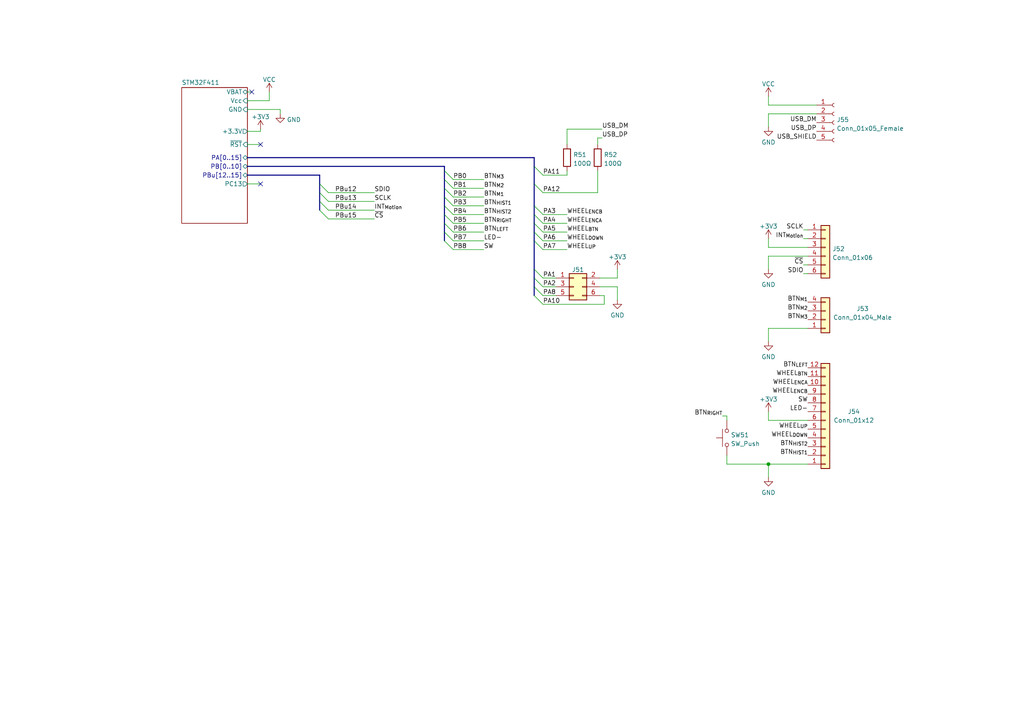
<source format=kicad_sch>
(kicad_sch (version 20211123) (generator eeschema)
  (paper "A4")
  (lib_symbols
    (symbol "Connector:Conn_01x05_Female" (pin_names (offset 1.016) hide)
      (property "Reference" "J" (at 0 7.62 0))
      (property "Value" "Conn_01x05_Female" (at 0 -7.62 0))
      (symbol "Conn_01x05_Female_1_1"
        (arc (start 0 -4.572) (mid -0.508 -5.08) (end 0 -5.588) (stroke (width 0.1524)))
        (arc (start 0 -2.032) (mid -0.508 -2.54) (end 0 -3.048) (stroke (width 0.1524)))
        (polyline (pts (xy -1.27 -5.08) (xy -0.508 -5.08)) (stroke (width 0.1524)))
        (polyline (pts (xy -1.27 -2.54) (xy -0.508 -2.54)) (stroke (width 0.1524)))
        (polyline (pts (xy -1.27 0) (xy -0.508 0)) (stroke (width 0.1524)))
        (polyline (pts (xy -1.27 2.54) (xy -0.508 2.54)) (stroke (width 0.1524)))
        (polyline (pts (xy -1.27 5.08) (xy -0.508 5.08)) (stroke (width 0.1524)))
        (arc (start 0 0.508) (mid -0.508 0) (end 0 -0.508) (stroke (width 0.1524)))
        (arc (start 0 3.048) (mid -0.508 2.54) (end 0 2.032) (stroke (width 0.1524)))
        (arc (start 0 5.588) (mid -0.508 5.08) (end 0 4.572) (stroke (width 0.1524)))
        (pin passive line (at -5.08 5.08 0) (length 3.81) (name "Pin_1") (number "1"))
        (pin passive line (at -5.08 2.54 0) (length 3.81) (name "Pin_2") (number "2"))
        (pin passive line (at -5.08 0 0) (length 3.81) (name "Pin_3") (number "3"))
        (pin passive line (at -5.08 -2.54 0) (length 3.81) (name "Pin_4") (number "4"))
        (pin passive line (at -5.08 -5.08 0) (length 3.81) (name "Pin_5") (number "5"))
      )
    )
    (symbol "Connector_Generic:Conn_01x04" (pin_names (offset 1.016) hide)
      (property "Reference" "J" (at 0 5.08 0))
      (property "Value" "Conn_01x04" (at 0 -7.62 0))
      (symbol "Conn_01x04_1_1"
        (rectangle (start -1.27 -4.953) (end 0 -5.207) (stroke (width 0.1524)))
        (rectangle (start -1.27 -2.413) (end 0 -2.667) (stroke (width 0.1524)))
        (rectangle (start -1.27 0.127) (end 0 -0.127) (stroke (width 0.1524)))
        (rectangle (start -1.27 2.667) (end 0 2.413) (stroke (width 0.1524)))
        (rectangle (start -1.27 3.81) (end 1.27 -6.35) (stroke (width 0.254)) (fill (type background)))
        (pin passive line (at -5.08 2.54 0) (length 3.81) (name "Pin_1") (number "1"))
        (pin passive line (at -5.08 0 0) (length 3.81) (name "Pin_2") (number "2"))
        (pin passive line (at -5.08 -2.54 0) (length 3.81) (name "Pin_3") (number "3"))
        (pin passive line (at -5.08 -5.08 0) (length 3.81) (name "Pin_4") (number "4"))
      )
    )
    (symbol "Connector_Generic:Conn_01x06" (pin_names (offset 1.016) hide)
      (property "Reference" "J" (at 0 7.62 0))
      (property "Value" "Conn_01x06" (at 0 -10.16 0))
      (symbol "Conn_01x06_1_1"
        (rectangle (start -1.27 -7.493) (end 0 -7.747) (stroke (width 0.1524)))
        (rectangle (start -1.27 -4.953) (end 0 -5.207) (stroke (width 0.1524)))
        (rectangle (start -1.27 -2.413) (end 0 -2.667) (stroke (width 0.1524)))
        (rectangle (start -1.27 0.127) (end 0 -0.127) (stroke (width 0.1524)))
        (rectangle (start -1.27 2.667) (end 0 2.413) (stroke (width 0.1524)))
        (rectangle (start -1.27 5.207) (end 0 4.953) (stroke (width 0.1524)))
        (rectangle (start -1.27 6.35) (end 1.27 -8.89) (stroke (width 0.254)) (fill (type background)))
        (pin passive line (at -5.08 5.08 0) (length 3.81) (name "Pin_1") (number "1"))
        (pin passive line (at -5.08 2.54 0) (length 3.81) (name "Pin_2") (number "2"))
        (pin passive line (at -5.08 0 0) (length 3.81) (name "Pin_3") (number "3"))
        (pin passive line (at -5.08 -2.54 0) (length 3.81) (name "Pin_4") (number "4"))
        (pin passive line (at -5.08 -5.08 0) (length 3.81) (name "Pin_5") (number "5"))
        (pin passive line (at -5.08 -7.62 0) (length 3.81) (name "Pin_6") (number "6"))
      )
    )
    (symbol "Connector_Generic:Conn_01x12" (pin_names (offset 1.016) hide)
      (property "Reference" "J" (at 0 15.24 0))
      (property "Value" "Conn_01x12" (at 0 -17.78 0))
      (symbol "Conn_01x12_1_1"
        (rectangle (start -1.27 -15.113) (end 0 -15.367) (stroke (width 0.1524)))
        (rectangle (start -1.27 -12.573) (end 0 -12.827) (stroke (width 0.1524)))
        (rectangle (start -1.27 -10.033) (end 0 -10.287) (stroke (width 0.1524)))
        (rectangle (start -1.27 -7.493) (end 0 -7.747) (stroke (width 0.1524)))
        (rectangle (start -1.27 -4.953) (end 0 -5.207) (stroke (width 0.1524)))
        (rectangle (start -1.27 -2.413) (end 0 -2.667) (stroke (width 0.1524)))
        (rectangle (start -1.27 0.127) (end 0 -0.127) (stroke (width 0.1524)))
        (rectangle (start -1.27 2.667) (end 0 2.413) (stroke (width 0.1524)))
        (rectangle (start -1.27 5.207) (end 0 4.953) (stroke (width 0.1524)))
        (rectangle (start -1.27 7.747) (end 0 7.493) (stroke (width 0.1524)))
        (rectangle (start -1.27 10.287) (end 0 10.033) (stroke (width 0.1524)))
        (rectangle (start -1.27 12.827) (end 0 12.573) (stroke (width 0.1524)))
        (rectangle (start -1.27 13.97) (end 1.27 -16.51) (stroke (width 0.254)) (fill (type background)))
        (pin passive line (at -5.08 12.7 0) (length 3.81) (name "Pin_1") (number "1"))
        (pin passive line (at -5.08 -10.16 0) (length 3.81) (name "Pin_10") (number "10"))
        (pin passive line (at -5.08 -12.7 0) (length 3.81) (name "Pin_11") (number "11"))
        (pin passive line (at -5.08 -15.24 0) (length 3.81) (name "Pin_12") (number "12"))
        (pin passive line (at -5.08 10.16 0) (length 3.81) (name "Pin_2") (number "2"))
        (pin passive line (at -5.08 7.62 0) (length 3.81) (name "Pin_3") (number "3"))
        (pin passive line (at -5.08 5.08 0) (length 3.81) (name "Pin_4") (number "4"))
        (pin passive line (at -5.08 2.54 0) (length 3.81) (name "Pin_5") (number "5"))
        (pin passive line (at -5.08 0 0) (length 3.81) (name "Pin_6") (number "6"))
        (pin passive line (at -5.08 -2.54 0) (length 3.81) (name "Pin_7") (number "7"))
        (pin passive line (at -5.08 -5.08 0) (length 3.81) (name "Pin_8") (number "8"))
        (pin passive line (at -5.08 -7.62 0) (length 3.81) (name "Pin_9") (number "9"))
      )
    )
    (symbol "Connector_Generic:Conn_02x03_Odd_Even" (pin_names (offset 1.016) hide)
      (property "Reference" "J" (at 1.27 5.08 0))
      (property "Value" "Conn_02x03_Odd_Even" (at 1.27 -5.08 0))
      (symbol "Conn_02x03_Odd_Even_1_1"
        (rectangle (start -1.27 -2.413) (end 0 -2.667) (stroke (width 0.1524)))
        (rectangle (start -1.27 0.127) (end 0 -0.127) (stroke (width 0.1524)))
        (rectangle (start -1.27 2.667) (end 0 2.413) (stroke (width 0.1524)))
        (rectangle (start -1.27 3.81) (end 3.81 -3.81) (stroke (width 0.254)) (fill (type background)))
        (rectangle (start 3.81 -2.413) (end 2.54 -2.667) (stroke (width 0.1524)))
        (rectangle (start 3.81 0.127) (end 2.54 -0.127) (stroke (width 0.1524)))
        (rectangle (start 3.81 2.667) (end 2.54 2.413) (stroke (width 0.1524)))
        (pin passive line (at -5.08 2.54 0) (length 3.81) (name "Pin_1") (number "1"))
        (pin passive line (at 7.62 2.54 180) (length 3.81) (name "Pin_2") (number "2"))
        (pin passive line (at -5.08 0 0) (length 3.81) (name "Pin_3") (number "3"))
        (pin passive line (at 7.62 0 180) (length 3.81) (name "Pin_4") (number "4"))
        (pin passive line (at -5.08 -2.54 0) (length 3.81) (name "Pin_5") (number "5"))
        (pin passive line (at 7.62 -2.54 180) (length 3.81) (name "Pin_6") (number "6"))
      )
    )
    (symbol "Device:R" (pin_numbers hide) (pin_names (offset 0))
      (property "Reference" "R" (at 2.032 0 90))
      (property "Value" "R" (at 0 0 90))
      (symbol "R_0_1"
        (rectangle (start -1.016 -2.54) (end 1.016 2.54) (stroke (width 0.254)))
      )
      (symbol "R_1_1"
        (pin passive line (at 0 3.81 270) (length 1.27) (name "~") (number "1"))
        (pin passive line (at 0 -3.81 90) (length 1.27) (name "~") (number "2"))
      )
    )
    (symbol "Switch:SW_Push" (pin_numbers hide) (pin_names (offset 1.016) hide)
      (property "Reference" "SW" (at 1.27 2.54 0))
      (property "Value" "SW_Push" (at 0 -1.524 0))
      (symbol "SW_Push_0_1"
        (circle (center -2.032 0) (radius 0.508))
        (polyline (pts (xy 0 1.27) (xy 0 3.048)))
        (polyline (pts (xy 2.54 1.27) (xy -2.54 1.27)))
        (circle (center 2.032 0) (radius 0.508))
        (pin passive line (at -5.08 0 0) (length 2.54) (name "1") (number "1"))
        (pin passive line (at 5.08 0 180) (length 2.54) (name "2") (number "2"))
      )
    )
    (symbol "power:+3.3V" (power) (pin_names (offset 0))
      (property "Value" "+3.3V" (at 0 3.556 0))
      (symbol "+3.3V_0_1"
        (polyline (pts (xy -0.762 1.27) (xy 0 2.54)))
        (polyline (pts (xy 0 0) (xy 0 2.54)))
        (polyline (pts (xy 0 2.54) (xy 0.762 1.27)))
      )
      (symbol "+3.3V_1_1"
        (pin power_in line (at 0 0 90) (length 0) hide (name "+3V3") (number "1"))
      )
    )
    (symbol "power:GND" (power) (pin_names (offset 0))
      (property "Value" "GND" (at 0 -3.81 0))
      (symbol "GND_0_1"
        (polyline (pts (xy 0 0) (xy 0 -1.27) (xy 1.27 -1.27) (xy 0 -2.54) (xy -1.27 -1.27) (xy 0 -1.27)))
      )
      (symbol "GND_1_1"
        (pin power_in line (at 0 0 270) (length 0) hide (name "GND") (number "1"))
      )
    )
    (symbol "power:VCC" (power) (pin_names (offset 0))
      (property "Value" "VCC" (at 0 3.81 0))
      (symbol "VCC_0_1"
        (polyline (pts (xy -0.762 1.27) (xy 0 2.54)))
        (polyline (pts (xy 0 0) (xy 0 2.54)))
        (polyline (pts (xy 0 2.54) (xy 0.762 1.27)))
      )
      (symbol "VCC_1_1"
        (pin power_in line (at 0 0 90) (length 0) hide (name "VCC") (number "1"))
      )
    )
  )
  (junction (at 222.885 134.62))
  (no_connect (at 75.565 53.34))
  (no_connect (at 75.565 41.91))
  (no_connect (at 73.025 26.67))
  (bus_entry (at 128.905 69.85) (size 2.54 2.54))
  (bus_entry (at 154.94 78.105) (size 2.54 2.54))
  (bus_entry (at 128.905 62.23) (size 2.54 2.54))
  (bus_entry (at 154.94 67.31) (size 2.54 2.54))
  (bus_entry (at 128.905 59.69) (size 2.54 2.54))
  (bus_entry (at 154.94 80.645) (size 2.54 2.54))
  (bus_entry (at 128.905 49.53) (size 2.54 2.54))
  (bus_entry (at 154.94 64.77) (size 2.54 2.54))
  (bus_entry (at 92.71 58.42) (size 2.54 2.54))
  (bus_entry (at 154.94 62.23) (size 2.54 2.54))
  (bus_entry (at 154.94 85.725) (size 2.54 2.54))
  (bus_entry (at 154.94 53.34) (size 2.54 2.54))
  (bus_entry (at 154.94 48.26) (size 2.54 2.54))
  (bus_entry (at 154.94 69.85) (size 2.54 2.54))
  (bus_entry (at 128.905 67.31) (size 2.54 2.54))
  (bus_entry (at 92.71 55.88) (size 2.54 2.54))
  (bus_entry (at 92.71 60.96) (size 2.54 2.54))
  (bus_entry (at 128.905 54.61) (size 2.54 2.54))
  (bus_entry (at 128.905 64.77) (size 2.54 2.54))
  (bus_entry (at 92.71 53.34) (size 2.54 2.54))
  (bus_entry (at 154.94 59.69) (size 2.54 2.54))
  (bus_entry (at 128.905 52.07) (size 2.54 2.54))
  (bus_entry (at 128.905 57.15) (size 2.54 2.54))
  (bus_entry (at 154.94 83.185) (size 2.54 2.54))
  (wire (pts (xy 233.045 76.835) (xy 234.315 76.835)))
  (wire (pts (xy 95.25 55.88) (xy 108.585 55.88)))
  (wire (pts (xy 222.885 119.38) (xy 222.885 121.92)))
  (bus (pts (xy 154.94 83.185) (xy 154.94 85.725)))
  (wire (pts (xy 233.045 69.215) (xy 234.315 69.215)))
  (wire (pts (xy 210.82 120.65) (xy 210.82 121.92)))
  (bus (pts (xy 71.755 50.8) (xy 92.71 50.8)))
  (wire (pts (xy 131.445 72.39) (xy 140.335 72.39)))
  (bus (pts (xy 154.94 67.31) (xy 154.94 69.85)))
  (wire (pts (xy 173.355 41.91) (xy 173.355 40.005)))
  (wire (pts (xy 131.445 69.85) (xy 140.335 69.85)))
  (wire (pts (xy 179.07 86.995) (xy 179.07 83.185)))
  (bus (pts (xy 128.905 62.23) (xy 128.905 64.77)))
  (wire (pts (xy 175.26 85.725) (xy 173.99 85.725)))
  (wire (pts (xy 71.755 31.75) (xy 81.28 31.75)))
  (wire (pts (xy 210.82 134.62) (xy 222.885 134.62)))
  (wire (pts (xy 210.82 132.08) (xy 210.82 134.62)))
  (wire (pts (xy 157.48 72.39) (xy 164.465 72.39)))
  (bus (pts (xy 154.94 64.77) (xy 154.94 67.31)))
  (bus (pts (xy 92.71 58.42) (xy 92.71 60.96)))
  (wire (pts (xy 179.07 78.105) (xy 179.07 80.645)))
  (wire (pts (xy 157.48 62.23) (xy 164.465 62.23)))
  (bus (pts (xy 128.905 67.31) (xy 128.905 69.85)))
  (wire (pts (xy 157.48 64.77) (xy 164.465 64.77)))
  (bus (pts (xy 128.905 48.26) (xy 128.905 49.53)))
  (wire (pts (xy 78.105 29.21) (xy 78.105 26.67)))
  (wire (pts (xy 157.48 55.88) (xy 173.355 55.88)))
  (wire (pts (xy 71.755 41.91) (xy 75.565 41.91)))
  (wire (pts (xy 233.045 66.675) (xy 234.315 66.675)))
  (bus (pts (xy 128.905 59.69) (xy 128.905 62.23)))
  (wire (pts (xy 173.99 80.645) (xy 179.07 80.645)))
  (wire (pts (xy 175.26 88.265) (xy 175.26 85.725)))
  (wire (pts (xy 71.755 29.21) (xy 78.105 29.21)))
  (wire (pts (xy 173.355 49.53) (xy 173.355 55.88)))
  (wire (pts (xy 164.465 37.465) (xy 174.625 37.465)))
  (bus (pts (xy 128.905 54.61) (xy 128.905 57.15)))
  (wire (pts (xy 131.445 59.69) (xy 140.335 59.69)))
  (bus (pts (xy 128.905 49.53) (xy 128.905 52.07)))
  (wire (pts (xy 131.445 62.23) (xy 140.335 62.23)))
  (wire (pts (xy 131.445 57.15) (xy 140.335 57.15)))
  (wire (pts (xy 95.25 60.96) (xy 108.585 60.96)))
  (wire (pts (xy 95.25 58.42) (xy 108.585 58.42)))
  (bus (pts (xy 128.905 52.07) (xy 128.905 54.61)))
  (wire (pts (xy 81.28 33.02) (xy 81.28 31.75)))
  (bus (pts (xy 154.94 69.85) (xy 154.94 78.105)))
  (bus (pts (xy 92.71 55.88) (xy 92.71 58.42)))
  (wire (pts (xy 157.48 50.8) (xy 164.465 50.8)))
  (wire (pts (xy 71.755 26.67) (xy 73.025 26.67)))
  (wire (pts (xy 222.885 121.92) (xy 234.315 121.92)))
  (bus (pts (xy 154.94 80.645) (xy 154.94 83.185)))
  (wire (pts (xy 222.885 33.02) (xy 236.855 33.02)))
  (wire (pts (xy 173.99 83.185) (xy 179.07 83.185)))
  (bus (pts (xy 154.94 62.23) (xy 154.94 64.77)))
  (bus (pts (xy 92.71 53.34) (xy 92.71 55.88)))
  (bus (pts (xy 128.905 57.15) (xy 128.905 59.69)))
  (wire (pts (xy 164.465 50.8) (xy 164.465 49.53)))
  (wire (pts (xy 75.565 37.465) (xy 75.565 38.1)))
  (bus (pts (xy 71.755 48.26) (xy 128.905 48.26)))
  (bus (pts (xy 154.94 78.105) (xy 154.94 80.645)))
  (wire (pts (xy 222.885 95.25) (xy 234.315 95.25)))
  (wire (pts (xy 131.445 52.07) (xy 140.335 52.07)))
  (bus (pts (xy 92.71 50.8) (xy 92.71 53.34)))
  (bus (pts (xy 154.94 48.26) (xy 154.94 53.34)))
  (wire (pts (xy 222.885 30.48) (xy 222.885 27.94)))
  (wire (pts (xy 222.885 30.48) (xy 236.855 30.48)))
  (wire (pts (xy 71.755 53.34) (xy 75.565 53.34)))
  (wire (pts (xy 233.045 79.375) (xy 234.315 79.375)))
  (wire (pts (xy 222.885 78.105) (xy 222.885 74.295)))
  (wire (pts (xy 131.445 64.77) (xy 140.335 64.77)))
  (wire (pts (xy 157.48 67.31) (xy 164.465 67.31)))
  (wire (pts (xy 222.885 36.83) (xy 222.885 33.02)))
  (bus (pts (xy 154.94 59.69) (xy 154.94 62.23)))
  (wire (pts (xy 131.445 54.61) (xy 140.335 54.61)))
  (wire (pts (xy 173.355 40.005) (xy 174.625 40.005)))
  (wire (pts (xy 222.885 71.755) (xy 234.315 71.755)))
  (wire (pts (xy 209.55 120.65) (xy 210.82 120.65)))
  (wire (pts (xy 95.25 63.5) (xy 108.585 63.5)))
  (wire (pts (xy 222.885 69.215) (xy 222.885 71.755)))
  (wire (pts (xy 131.445 67.31) (xy 140.335 67.31)))
  (wire (pts (xy 157.48 80.645) (xy 161.29 80.645)))
  (wire (pts (xy 157.48 85.725) (xy 161.29 85.725)))
  (bus (pts (xy 128.905 64.77) (xy 128.905 67.31)))
  (wire (pts (xy 222.885 134.62) (xy 234.315 134.62)))
  (wire (pts (xy 222.885 138.43) (xy 222.885 134.62)))
  (wire (pts (xy 71.755 38.1) (xy 75.565 38.1)))
  (wire (pts (xy 222.885 99.06) (xy 222.885 95.25)))
  (wire (pts (xy 157.48 88.265) (xy 175.26 88.265)))
  (wire (pts (xy 157.48 83.185) (xy 161.29 83.185)))
  (wire (pts (xy 157.48 69.85) (xy 164.465 69.85)))
  (wire (pts (xy 164.465 41.91) (xy 164.465 37.465)))
  (bus (pts (xy 154.94 53.34) (xy 154.94 59.69)))
  (bus (pts (xy 154.94 45.72) (xy 154.94 48.26)))
  (wire (pts (xy 222.885 74.295) (xy 234.315 74.295)))
  (bus (pts (xy 71.755 45.72) (xy 154.94 45.72)))
  (label "BTN_{M1}" (at 140.335 57.15 0))
  (label "BTN_{HIST1}" (at 140.335 59.69 0))
  (label "PA3" (at 157.48 62.23 0))
  (label "BTN_{HIST1}" (at 234.315 132.08 180))
  (label "BTN_{RIGHT}" (at 140.335 64.77 0))
  (label "BTN_{M3}" (at 234.315 92.71 180))
  (label "INT_{Motion}" (at 233.045 69.215 180))
  (label "PA12" (at 157.48 55.88 0))
  (label "BTN_{LEFT}" (at 234.315 106.68 180))
  (label "WHEEL_{ENCA}" (at 164.465 64.77 0))
  (label "WHEEL_{BTN}" (at 234.315 109.22 180))
  (label "PB8" (at 131.445 72.39 0))
  (label "BTN_{M3}" (at 140.335 52.07 0))
  (label "SW" (at 140.335 72.39 0))
  (label "LED-" (at 234.315 119.38 180))
  (label "BTN_{M1}" (at 234.315 87.63 180))
  (label "PB1" (at 131.445 54.61 0))
  (label "SCLK" (at 108.585 58.42 0))
  (label "PA5" (at 157.48 67.31 0))
  (label "PB0" (at 131.445 52.07 0))
  (label "USB_DP" (at 236.855 38.1 180))
  (label "PBu14" (at 97.155 60.96 0))
  (label "PA7" (at 157.48 72.39 0))
  (label "~{CS}" (at 233.045 76.835 180))
  (label "WHEEL_{ENCB}" (at 234.315 114.3 180))
  (label "LED-" (at 140.335 69.85 0))
  (label "PA11" (at 157.48 50.8 0))
  (label "USB_DM" (at 174.625 37.465 0))
  (label "PBu13" (at 97.155 58.42 0))
  (label "PA6" (at 157.48 69.85 0))
  (label "PBu15" (at 97.155 63.5 0))
  (label "PBu12" (at 97.155 55.88 0))
  (label "BTN_{HIST2}" (at 234.315 129.54 180))
  (label "PA2" (at 157.48 83.185 0))
  (label "PB3" (at 131.445 59.69 0))
  (label "BTN_{M2}" (at 234.315 90.17 180))
  (label "PB6" (at 131.445 67.31 0))
  (label "PB5" (at 131.445 64.77 0))
  (label "PB4" (at 131.445 62.23 0))
  (label "PB7" (at 131.445 69.85 0))
  (label "INT_{Motion}" (at 108.585 60.96 0))
  (label "SDIO" (at 108.585 55.88 0))
  (label "WHEEL_{DOWN}" (at 164.465 69.85 0))
  (label "PA10" (at 157.48 88.265 0))
  (label "WHEEL_{BTN}" (at 164.465 67.31 0))
  (label "BTN_{LEFT}" (at 140.335 67.31 0))
  (label "USB_DM" (at 236.855 35.56 180))
  (label "WHEEL_{UP}" (at 234.315 124.46 180))
  (label "SDIO" (at 233.045 79.375 180))
  (label "PA4" (at 157.48 64.77 0))
  (label "SW" (at 234.315 116.84 180))
  (label "~{CS}" (at 108.585 63.5 0))
  (label "WHEEL_{ENCA}" (at 234.315 111.76 180))
  (label "WHEEL_{ENCB}" (at 164.465 62.23 0))
  (label "USB_SHIELD" (at 236.855 40.64 180))
  (label "PA1" (at 157.48 80.645 0))
  (label "PA8" (at 157.48 85.725 0))
  (label "USB_DP" (at 174.625 40.005 0))
  (label "BTN_{M2}" (at 140.335 54.61 0))
  (label "WHEEL_{UP}" (at 164.465 72.39 0))
  (label "WHEEL_{DOWN}" (at 234.315 127 180))
  (label "BTN_{HIST2}" (at 140.335 62.23 0))
  (label "SCLK" (at 233.045 66.675 180))
  (label "BTN_{RIGHT}" (at 209.55 120.65 180))
  (label "PB2" (at 131.445 57.15 0))
  (symbol (lib_id "Connector_Generic:Conn_01x04") (at 239.395 92.71 0) (mirror x) (unit 1)
    (property "Reference" "J53" (at 250.19 89.5381 0))
    (property "Value" "Conn_01x04_Male" (at 250.19 92.075 0))
    (property "Footprint" "Library:JST_ZH_B4B-ZR_1x04_P1.50mm_Vertical" (effects hide))
  )
  (symbol (lib_id "power:VCC") (at 78.105 26.67 0) (unit 1)
    (property "Reference" "#PWR052" (effects hide))
    (property "Value" "VCC" (at 78.105 23.0942 0))
  )
  (symbol (lib_id "power:+3.3V") (at 222.885 119.38 0) (unit 1)
    (property "Reference" "#PWR061" (effects hide))
    (property "Value" "+3.3V" (at 222.885 115.8042 0))
  )
  (symbol (lib_id "Connector_Generic:Conn_01x12") (at 239.395 121.92 0) (mirror x) (unit 1)
    (property "Reference" "J54" (at 247.65 119.3831 0))
    (property "Value" "Conn_01x12" (at 247.65 121.92 0))
    (property "Footprint" "Connector_FFC-FPC:Hirose_FH12-12S-0.5SH_1x12-1MP_P0.50mm_Horizontal" (effects hide))
    (property "Field4" "TODO FOotprint" (effects hide))
  )
  (symbol (lib_id "power:GND") (at 179.07 86.995 0) (unit 1)
    (property "Reference" "#PWR055" (effects hide))
    (property "Value" "GND" (at 179.07 91.4384 0))
  )
  (symbol (lib_id "power:GND") (at 222.885 138.43 0) (unit 1)
    (property "Reference" "#PWR062" (effects hide))
    (property "Value" "GND" (at 222.885 142.8734 0))
  )
  (symbol (lib_id "Device:R") (at 173.355 45.72 180) (unit 1)
    (property "Reference" "R52" (at 175.133 44.8853 0) (effects (justify right)))
    (property "Value" "100Ω" (at 175.133 47.4222 0) (effects (justify right)))
    (property "Footprint" "Resistor_SMD:R_0402_1005Metric" (effects hide))
    (property "Datasheet" "https://datasheet.lcsc.com/lcsc/2205311900_UNI-ROYAL-Uniroyal-Elec-0402WGF100JTCE_C25077.pdf" (effects hide))
    (property "JLCPCB" "C25077" (effects hide))
  )
  (symbol (lib_id "Device:R") (at 164.465 45.72 180) (unit 1)
    (property "Reference" "R51" (at 166.243 44.8853 0) (effects (justify right)))
    (property "Value" "100Ω" (at 166.243 47.4222 0) (effects (justify right)))
    (property "Footprint" "Resistor_SMD:R_0402_1005Metric" (effects hide))
    (property "Datasheet" "https://datasheet.lcsc.com/lcsc/2205311900_UNI-ROYAL-Uniroyal-Elec-0402WGF100JTCE_C25077.pdf" (effects hide))
    (property "JLCPCB" "C25077" (effects hide))
  )
  (symbol (lib_id "power:+3.3V") (at 179.07 78.105 0) (unit 1)
    (property "Reference" "#PWR054" (effects hide))
    (property "Value" "+3.3V" (at 179.07 74.5292 0))
  )
  (symbol (lib_id "power:GND") (at 222.885 36.83 0) (unit 1)
    (property "Reference" "#PWR057" (effects hide))
    (property "Value" "GND" (at 222.885 41.2734 0))
  )
  (symbol (lib_id "Switch:SW_Push") (at 210.82 127 90) (unit 1)
    (property "Reference" "SW51" (at 211.963 126.1653 90) (effects (justify right)))
    (property "Value" "SW_Push" (at 211.963 128.7022 90) (effects (justify right)))
  )
  (symbol (lib_id "power:GND") (at 81.28 33.02 0) (unit 1)
    (property "Reference" "#PWR053" (effects hide))
    (property "Value" "GND" (at 83.185 34.7238 0) (effects (justify left)))
  )
  (symbol (lib_id "power:VCC") (at 222.885 27.94 0) (unit 1)
    (property "Reference" "#PWR056" (effects hide))
    (property "Value" "VCC" (at 222.885 24.3642 0))
  )
  (symbol (lib_id "Connector:Conn_01x05_Female") (at 241.935 35.56 0) (unit 1)
    (property "Reference" "J55" (at 242.6462 34.7253 0) (effects (justify left)))
    (property "Value" "Conn_01x05_Female" (at 242.6462 37.2622 0) (effects (justify left)))
    (property "Footprint" "Connector_Molex:Molex_PicoBlade_53261-0571_1x05-1MP_P1.25mm_Horizontal" (effects hide))
  )
  (symbol (lib_id "power:+3.3V") (at 75.565 37.465 0) (unit 1)
    (property "Reference" "#PWR051" (effects hide))
    (property "Value" "+3.3V" (at 75.565 33.8892 0))
  )
  (symbol (lib_id "Connector_Generic:Conn_01x06") (at 239.395 71.755 0) (unit 1)
    (property "Reference" "J52" (at 241.427 72.1903 0) (effects (justify left)))
    (property "Value" "Conn_01x06" (at 241.427 74.7272 0) (effects (justify left)))
    (property "Footprint" "Connector_FFC-FPC:Hirose_FH12-6S-0.5SH_1x06-1MP_P0.50mm_Horizontal" (effects hide))
    (property "Field4" "TODO FOOTPRINT" (effects hide))
  )
  (symbol (lib_id "power:GND") (at 222.885 78.105 0) (unit 1)
    (property "Reference" "#PWR059" (effects hide))
    (property "Value" "GND" (at 222.885 82.5484 0))
  )
  (symbol (lib_id "power:GND") (at 222.885 99.06 0) (unit 1)
    (property "Reference" "#PWR060" (effects hide))
    (property "Value" "GND" (at 222.885 103.5034 0))
  )
  (symbol (lib_id "Connector_Generic:Conn_02x03_Odd_Even") (at 166.37 83.185 0) (unit 1)
    (property "Reference" "J51" (at 167.64 78.2122 0))
    (property "Value" "Conn_02x03_Odd_Even" (effects hide))
  )
  (symbol (lib_id "power:+3.3V") (at 222.885 69.215 0) (unit 1)
    (property "Reference" "#PWR058" (effects hide))
    (property "Value" "+3.3V" (at 222.885 65.6392 0))
  )
  (sheet (at 52.705 25.4) (size 19.05 39.37) (stroke (width 0.1524))
    (property "Sheet name" "STM32F411" (at 52.705 24.6884 0) (effects (justify left bottom)))
    (property "Sheet file" "kicad-hierarchical-blocks/MCUs/STM32F411CCU/STM32F411CCU.kicad_sch" (effects hide))
    (pin "PB[0..10]" bidirectional (at 71.755 48.26 0))
    (pin "PBu[12..15]" bidirectional (at 71.755 50.8 0))
    (pin "PA[0..15]" bidirectional (at 71.755 45.72 0))
    (pin "PC13" output (at 71.755 53.34 0))
    (pin "~{RST}" input (at 71.755 41.91 0))
    (pin "+3.3V" output (at 71.755 38.1 0))
    (pin "Vcc" input (at 71.755 29.21 0))
    (pin "GND" input (at 71.755 31.75 0))
    (pin "VBAT" bidirectional (at 71.755 26.67 0))
  )
)
</source>
